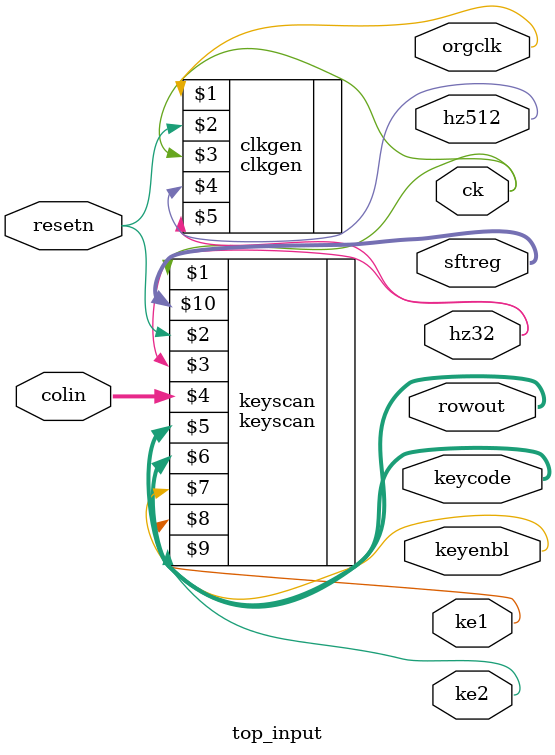
<source format=v>
/* Top module for input including clkgen and tenkey */
module top_input (orgclk, resetn, ck, hz512, hz32, colin, rowout, keycode, keyenbl, ke1, ke2, sftreg);
	input   resetn;
    output  ck;
	output	hz512;
	output	hz32;
	output	orgclk;
    input   [3:0]   colin;
    output  [2:0]   rowout;
    output  [3:0]   keycode;
    output          keyenbl;
    output          ke1, ke2;
    output  [3:0]   sftreg;

    /* module call */
    keyscan keyscan (ck, resetn, hz32, colin, rowout, keycode, keyenbl, ke1, ke2, sftreg);
    clkgen clkgen ( orgclk, resetn, ck, hz512, hz32 );

endmodule


</source>
